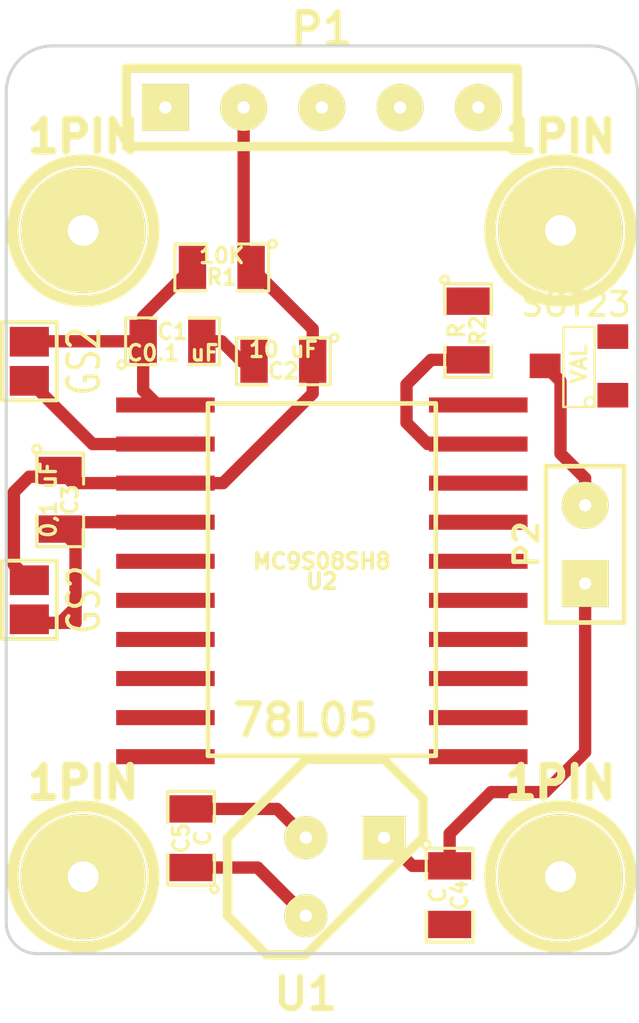
<source format=kicad_pcb>
(kicad_pcb (version 3) (host pcbnew "(2013-05-18 BZR 4017)-stable")

  (general
    (links 26)
    (no_connects 8)
    (area 230.769499 126.5964 251.931296 159.6736)
    (thickness 1.6)
    (drawings 8)
    (tracks 57)
    (zones 0)
    (modules 18)
    (nets 10)
  )

  (page A3)
  (layers
    (15 F.Cu signal)
    (0 B.Cu signal)
    (16 B.Adhes user)
    (17 F.Adhes user)
    (18 B.Paste user)
    (19 F.Paste user)
    (20 B.SilkS user)
    (21 F.SilkS user)
    (22 B.Mask user)
    (23 F.Mask user)
    (24 Dwgs.User user)
    (25 Cmts.User user)
    (26 Eco1.User user)
    (27 Eco2.User user)
    (28 Edge.Cuts user)
  )

  (setup
    (last_trace_width 0.4)
    (trace_clearance 0.254)
    (zone_clearance 0.508)
    (zone_45_only no)
    (trace_min 0.254)
    (segment_width 0.2)
    (edge_width 0.1)
    (via_size 0.889)
    (via_drill 0.635)
    (via_min_size 0.889)
    (via_min_drill 0.508)
    (uvia_size 0.508)
    (uvia_drill 0.127)
    (uvias_allowed no)
    (uvia_min_size 0.508)
    (uvia_min_drill 0.127)
    (pcb_text_width 0.3)
    (pcb_text_size 1.5 1.5)
    (mod_edge_width 0.15)
    (mod_text_size 1 1)
    (mod_text_width 0.15)
    (pad_size 1.524 1.524)
    (pad_drill 0.4)
    (pad_to_mask_clearance 0)
    (aux_axis_origin 0 0)
    (visible_elements 7FFFFFFF)
    (pcbplotparams
      (layerselection 3178497)
      (usegerberextensions true)
      (excludeedgelayer true)
      (linewidth 0.150000)
      (plotframeref false)
      (viasonmask false)
      (mode 1)
      (useauxorigin false)
      (hpglpennumber 1)
      (hpglpenspeed 20)
      (hpglpendiameter 15)
      (hpglpenoverlay 2)
      (psnegative false)
      (psa4output false)
      (plotreference true)
      (plotvalue true)
      (plotothertext true)
      (plotinvisibletext false)
      (padsonsilk false)
      (subtractmaskfromsilk false)
      (outputformat 1)
      (mirror false)
      (drillshape 1)
      (scaleselection 1)
      (outputdirectory ""))
  )

  (net 0 "")
  (net 1 +12V)
  (net 2 /BDM)
  (net 3 /OUT)
  (net 4 /RESET)
  (net 5 /VDD)
  (net 6 GND)
  (net 7 "Net-(P2-Pad2)")
  (net 8 "Net-(Q1-Pad1)")
  (net 9 "Net-(R2-Pad2)")

  (net_class Default "This is the default net class."
    (clearance 0.254)
    (trace_width 0.4)
    (via_dia 0.889)
    (via_drill 0.635)
    (uvia_dia 0.508)
    (uvia_drill 0.127)
    (add_net "")
    (add_net +12V)
    (add_net /BDM)
    (add_net /OUT)
    (add_net /RESET)
    (add_net /VDD)
    (add_net GND)
    (add_net "Net-(P2-Pad2)")
    (add_net "Net-(Q1-Pad1)")
    (add_net "Net-(R2-Pad2)")
  )

  (module TO92 (layer F.Cu) (tedit 53B29BE8) (tstamp 53AA0009)
    (at 242 155)
    (descr "Transistor TO92 brochage type BC237")
    (tags "TR TO92")
    (path /53A9D4FD)
    (fp_text reference U1 (at -1.27 3.81) (layer F.SilkS)
      (effects (font (size 1.016 1.016) (thickness 0.2032)))
    )
    (fp_text value 78L05 (at -1.27 -5.08) (layer F.SilkS)
      (effects (font (size 1.016 1.016) (thickness 0.2032)))
    )
    (fp_line (start -1.27 2.54) (end 2.54 -1.27) (layer F.SilkS) (width 0.3048))
    (fp_line (start 2.54 -1.27) (end 2.54 -2.54) (layer F.SilkS) (width 0.3048))
    (fp_line (start 2.54 -2.54) (end 1.27 -3.81) (layer F.SilkS) (width 0.3048))
    (fp_line (start 1.27 -3.81) (end -1.27 -3.81) (layer F.SilkS) (width 0.3048))
    (fp_line (start -1.27 -3.81) (end -3.81 -1.27) (layer F.SilkS) (width 0.3048))
    (fp_line (start -3.81 -1.27) (end -3.81 1.27) (layer F.SilkS) (width 0.3048))
    (fp_line (start -3.81 1.27) (end -2.54 2.54) (layer F.SilkS) (width 0.3048))
    (fp_line (start -2.54 2.54) (end -1.27 2.54) (layer F.SilkS) (width 0.3048))
    (pad 1 thru_hole rect (at 1.27 -1.27) (size 1.397 1.397) (drill 0.4)
      (layers *.Cu *.Mask F.SilkS)
      (net 1 +12V)
    )
    (pad 2 thru_hole circle (at -1.27 -1.27) (size 1.397 1.397) (drill 0.4)
      (layers *.Cu *.Mask F.SilkS)
      (net 6 GND)
    )
    (pad 3 thru_hole circle (at -1.27 1.27) (size 1.397 1.397) (drill 0.4)
      (layers *.Cu *.Mask F.SilkS)
      (net 5 /VDD)
    )
    (model discret/to98.wrl
      (at (xyz 0 0 0))
      (scale (xyz 1 1 1))
      (rotate (xyz 0 0 0))
    )
  )

  (module SOIC-20 (layer F.Cu) (tedit 533B44D6) (tstamp 53AA0026)
    (at 241.25 144.75)
    (path /53A9B7D5)
    (fp_text reference U2 (at 0 0.65) (layer F.SilkS)
      (effects (font (size 0.5 0.5) (thickness 0.125)))
    )
    (fp_text value MC9S08SH8 (at 0 0) (layer F.SilkS)
      (effects (font (size 0.5 0.5) (thickness 0.125)))
    )
    (fp_line (start 3.7 0) (end 3.7 -5.13) (layer F.SilkS) (width 0.15))
    (fp_line (start 3.7 -5.13) (end -3.7 -5.13) (layer F.SilkS) (width 0.15))
    (fp_line (start -3.7 -5.13) (end -3.7 6.32) (layer F.SilkS) (width 0.15))
    (fp_line (start -3.7 6.32) (end 3.7 6.32) (layer F.SilkS) (width 0.15))
    (fp_line (start 3.7 6.32) (end 3.7 0) (layer F.SilkS) (width 0.15))
    (pad 4 smd rect (at -5.08 -1.27) (size 3.2 0.49)
      (layers F.Cu F.Paste F.Mask)
      (net 6 GND)
    )
    (pad 3 smd rect (at -5.08 -2.54) (size 3.2 0.49)
      (layers F.Cu F.Paste F.Mask)
      (net 5 /VDD)
    )
    (pad 2 smd rect (at -5.08 -3.81) (size 3.2 0.49)
      (layers F.Cu F.Paste F.Mask)
      (net 2 /BDM)
    )
    (pad 1 smd rect (at -5.08 -5.08) (size 3.2 0.49)
      (layers F.Cu F.Paste F.Mask)
      (net 4 /RESET)
    )
    (pad 5 smd rect (at -5.08 0) (size 3.2 0.49)
      (layers F.Cu F.Paste F.Mask)
    )
    (pad 6 smd rect (at -5.08 1.27) (size 3.2 0.49)
      (layers F.Cu F.Paste F.Mask)
    )
    (pad 7 smd rect (at -5.08 2.54) (size 3.2 0.49)
      (layers F.Cu F.Paste F.Mask)
    )
    (pad 8 smd rect (at -5.08 3.81) (size 3.2 0.49)
      (layers F.Cu F.Paste F.Mask)
    )
    (pad 9 smd rect (at -5.08 5.08) (size 3.2 0.49)
      (layers F.Cu F.Paste F.Mask)
    )
    (pad 10 smd rect (at -5.08 6.35) (size 3.2 0.49)
      (layers F.Cu F.Paste F.Mask)
    )
    (pad 11 smd rect (at 5.08 6.35) (size 3.2 0.49)
      (layers F.Cu F.Paste F.Mask)
    )
    (pad 12 smd rect (at 5.08 5.08) (size 3.2 0.49)
      (layers F.Cu F.Paste F.Mask)
      (net 3 /OUT)
    )
    (pad 13 smd rect (at 5.08 3.81) (size 3.2 0.49)
      (layers F.Cu F.Paste F.Mask)
    )
    (pad 14 smd rect (at 5.08 2.54) (size 3.2 0.49)
      (layers F.Cu F.Paste F.Mask)
    )
    (pad 15 smd rect (at 5.08 1.27) (size 3.2 0.49)
      (layers F.Cu F.Paste F.Mask)
    )
    (pad 16 smd rect (at 5.08 0) (size 3.2 0.49)
      (layers F.Cu F.Paste F.Mask)
    )
    (pad 17 smd rect (at 5.08 -1.27) (size 3.2 0.49)
      (layers F.Cu F.Paste F.Mask)
    )
    (pad 18 smd rect (at 5.08 -2.54) (size 3.2 0.49)
      (layers F.Cu F.Paste F.Mask)
    )
    (pad 19 smd rect (at 5.08 -3.81) (size 3.2 0.49)
      (layers F.Cu F.Paste F.Mask)
      (net 9 "Net-(R2-Pad2)")
    )
    (pad 20 smd rect (at 5.08 -5.08) (size 3.2 0.49)
      (layers F.Cu F.Paste F.Mask)
    )
  )

  (module SM0805 (layer F.Cu) (tedit 5091495C) (tstamp 53AA0033)
    (at 236.4 137.6)
    (path /53A9B7CD)
    (attr smd)
    (fp_text reference C1 (at 0 -0.3175) (layer F.SilkS)
      (effects (font (size 0.50038 0.50038) (thickness 0.10922)))
    )
    (fp_text value "C0.1 uF" (at 0 0.381) (layer F.SilkS)
      (effects (font (size 0.50038 0.50038) (thickness 0.10922)))
    )
    (fp_circle (center -1.651 0.762) (end -1.651 0.635) (layer F.SilkS) (width 0.09906))
    (fp_line (start -0.508 0.762) (end -1.524 0.762) (layer F.SilkS) (width 0.09906))
    (fp_line (start -1.524 0.762) (end -1.524 -0.762) (layer F.SilkS) (width 0.09906))
    (fp_line (start -1.524 -0.762) (end -0.508 -0.762) (layer F.SilkS) (width 0.09906))
    (fp_line (start 0.508 -0.762) (end 1.524 -0.762) (layer F.SilkS) (width 0.09906))
    (fp_line (start 1.524 -0.762) (end 1.524 0.762) (layer F.SilkS) (width 0.09906))
    (fp_line (start 1.524 0.762) (end 0.508 0.762) (layer F.SilkS) (width 0.09906))
    (pad 1 smd rect (at -0.9525 0) (size 0.889 1.397)
      (layers F.Cu F.Paste F.Mask)
      (net 4 /RESET)
    )
    (pad 2 smd rect (at 0.9525 0) (size 0.889 1.397)
      (layers F.Cu F.Paste F.Mask)
      (net 6 GND)
    )
    (model smd/chip_cms.wrl
      (at (xyz 0 0 0))
      (scale (xyz 0.1 0.1 0.1))
      (rotate (xyz 0 0 0))
    )
  )

  (module SM0805 (layer F.Cu) (tedit 5091495C) (tstamp 53AA0040)
    (at 238 135.2 180)
    (path /53A9B7CE)
    (attr smd)
    (fp_text reference R1 (at 0 -0.3175 180) (layer F.SilkS)
      (effects (font (size 0.50038 0.50038) (thickness 0.10922)))
    )
    (fp_text value 10K (at 0 0.381 180) (layer F.SilkS)
      (effects (font (size 0.50038 0.50038) (thickness 0.10922)))
    )
    (fp_circle (center -1.651 0.762) (end -1.651 0.635) (layer F.SilkS) (width 0.09906))
    (fp_line (start -0.508 0.762) (end -1.524 0.762) (layer F.SilkS) (width 0.09906))
    (fp_line (start -1.524 0.762) (end -1.524 -0.762) (layer F.SilkS) (width 0.09906))
    (fp_line (start -1.524 -0.762) (end -0.508 -0.762) (layer F.SilkS) (width 0.09906))
    (fp_line (start 0.508 -0.762) (end 1.524 -0.762) (layer F.SilkS) (width 0.09906))
    (fp_line (start 1.524 -0.762) (end 1.524 0.762) (layer F.SilkS) (width 0.09906))
    (fp_line (start 1.524 0.762) (end 0.508 0.762) (layer F.SilkS) (width 0.09906))
    (pad 1 smd rect (at -0.9525 0 180) (size 0.889 1.397)
      (layers F.Cu F.Paste F.Mask)
      (net 5 /VDD)
    )
    (pad 2 smd rect (at 0.9525 0 180) (size 0.889 1.397)
      (layers F.Cu F.Paste F.Mask)
      (net 4 /RESET)
    )
    (model smd/chip_cms.wrl
      (at (xyz 0 0 0))
      (scale (xyz 0.1 0.1 0.1))
      (rotate (xyz 0 0 0))
    )
  )

  (module SM0805 (layer F.Cu) (tedit 5091495C) (tstamp 53AA004D)
    (at 240 138.25 180)
    (path /53A9B7D3)
    (attr smd)
    (fp_text reference C2 (at 0 -0.3175 180) (layer F.SilkS)
      (effects (font (size 0.50038 0.50038) (thickness 0.10922)))
    )
    (fp_text value "10 uF" (at 0 0.381 180) (layer F.SilkS)
      (effects (font (size 0.50038 0.50038) (thickness 0.10922)))
    )
    (fp_circle (center -1.651 0.762) (end -1.651 0.635) (layer F.SilkS) (width 0.09906))
    (fp_line (start -0.508 0.762) (end -1.524 0.762) (layer F.SilkS) (width 0.09906))
    (fp_line (start -1.524 0.762) (end -1.524 -0.762) (layer F.SilkS) (width 0.09906))
    (fp_line (start -1.524 -0.762) (end -0.508 -0.762) (layer F.SilkS) (width 0.09906))
    (fp_line (start 0.508 -0.762) (end 1.524 -0.762) (layer F.SilkS) (width 0.09906))
    (fp_line (start 1.524 -0.762) (end 1.524 0.762) (layer F.SilkS) (width 0.09906))
    (fp_line (start 1.524 0.762) (end 0.508 0.762) (layer F.SilkS) (width 0.09906))
    (pad 1 smd rect (at -0.9525 0 180) (size 0.889 1.397)
      (layers F.Cu F.Paste F.Mask)
      (net 5 /VDD)
    )
    (pad 2 smd rect (at 0.9525 0 180) (size 0.889 1.397)
      (layers F.Cu F.Paste F.Mask)
      (net 6 GND)
    )
    (model smd/chip_cms.wrl
      (at (xyz 0 0 0))
      (scale (xyz 0.1 0.1 0.1))
      (rotate (xyz 0 0 0))
    )
  )

  (module SM0805 (layer F.Cu) (tedit 5091495C) (tstamp 53AA005A)
    (at 232.75 142.75 270)
    (path /53A9B7D4)
    (attr smd)
    (fp_text reference C3 (at 0 -0.3175 270) (layer F.SilkS)
      (effects (font (size 0.50038 0.50038) (thickness 0.10922)))
    )
    (fp_text value "0,1 uF" (at 0 0.381 270) (layer F.SilkS)
      (effects (font (size 0.50038 0.50038) (thickness 0.10922)))
    )
    (fp_circle (center -1.651 0.762) (end -1.651 0.635) (layer F.SilkS) (width 0.09906))
    (fp_line (start -0.508 0.762) (end -1.524 0.762) (layer F.SilkS) (width 0.09906))
    (fp_line (start -1.524 0.762) (end -1.524 -0.762) (layer F.SilkS) (width 0.09906))
    (fp_line (start -1.524 -0.762) (end -0.508 -0.762) (layer F.SilkS) (width 0.09906))
    (fp_line (start 0.508 -0.762) (end 1.524 -0.762) (layer F.SilkS) (width 0.09906))
    (fp_line (start 1.524 -0.762) (end 1.524 0.762) (layer F.SilkS) (width 0.09906))
    (fp_line (start 1.524 0.762) (end 0.508 0.762) (layer F.SilkS) (width 0.09906))
    (pad 1 smd rect (at -0.9525 0 270) (size 0.889 1.397)
      (layers F.Cu F.Paste F.Mask)
      (net 5 /VDD)
    )
    (pad 2 smd rect (at 0.9525 0 270) (size 0.889 1.397)
      (layers F.Cu F.Paste F.Mask)
      (net 6 GND)
    )
    (model smd/chip_cms.wrl
      (at (xyz 0 0 0))
      (scale (xyz 0.1 0.1 0.1))
      (rotate (xyz 0 0 0))
    )
  )

  (module SM0805 (layer F.Cu) (tedit 5091495C) (tstamp 53AA0067)
    (at 246 137.25 270)
    (path /53A9C959)
    (attr smd)
    (fp_text reference R2 (at 0 -0.3175 270) (layer F.SilkS)
      (effects (font (size 0.50038 0.50038) (thickness 0.10922)))
    )
    (fp_text value R (at 0 0.381 270) (layer F.SilkS)
      (effects (font (size 0.50038 0.50038) (thickness 0.10922)))
    )
    (fp_circle (center -1.651 0.762) (end -1.651 0.635) (layer F.SilkS) (width 0.09906))
    (fp_line (start -0.508 0.762) (end -1.524 0.762) (layer F.SilkS) (width 0.09906))
    (fp_line (start -1.524 0.762) (end -1.524 -0.762) (layer F.SilkS) (width 0.09906))
    (fp_line (start -1.524 -0.762) (end -0.508 -0.762) (layer F.SilkS) (width 0.09906))
    (fp_line (start 0.508 -0.762) (end 1.524 -0.762) (layer F.SilkS) (width 0.09906))
    (fp_line (start 1.524 -0.762) (end 1.524 0.762) (layer F.SilkS) (width 0.09906))
    (fp_line (start 1.524 0.762) (end 0.508 0.762) (layer F.SilkS) (width 0.09906))
    (pad 1 smd rect (at -0.9525 0 270) (size 0.889 1.397)
      (layers F.Cu F.Paste F.Mask)
      (net 8 "Net-(Q1-Pad1)")
    )
    (pad 2 smd rect (at 0.9525 0 270) (size 0.889 1.397)
      (layers F.Cu F.Paste F.Mask)
      (net 9 "Net-(R2-Pad2)")
    )
    (model smd/chip_cms.wrl
      (at (xyz 0 0 0))
      (scale (xyz 0.1 0.1 0.1))
      (rotate (xyz 0 0 0))
    )
  )

  (module SM0805 (layer F.Cu) (tedit 5091495C) (tstamp 53AA0074)
    (at 245.4 155.6 270)
    (path /53A9D575)
    (attr smd)
    (fp_text reference C4 (at 0 -0.3175 270) (layer F.SilkS)
      (effects (font (size 0.50038 0.50038) (thickness 0.10922)))
    )
    (fp_text value C (at 0 0.381 270) (layer F.SilkS)
      (effects (font (size 0.50038 0.50038) (thickness 0.10922)))
    )
    (fp_circle (center -1.651 0.762) (end -1.651 0.635) (layer F.SilkS) (width 0.09906))
    (fp_line (start -0.508 0.762) (end -1.524 0.762) (layer F.SilkS) (width 0.09906))
    (fp_line (start -1.524 0.762) (end -1.524 -0.762) (layer F.SilkS) (width 0.09906))
    (fp_line (start -1.524 -0.762) (end -0.508 -0.762) (layer F.SilkS) (width 0.09906))
    (fp_line (start 0.508 -0.762) (end 1.524 -0.762) (layer F.SilkS) (width 0.09906))
    (fp_line (start 1.524 -0.762) (end 1.524 0.762) (layer F.SilkS) (width 0.09906))
    (fp_line (start 1.524 0.762) (end 0.508 0.762) (layer F.SilkS) (width 0.09906))
    (pad 1 smd rect (at -0.9525 0 270) (size 0.889 1.397)
      (layers F.Cu F.Paste F.Mask)
      (net 1 +12V)
    )
    (pad 2 smd rect (at 0.9525 0 270) (size 0.889 1.397)
      (layers F.Cu F.Paste F.Mask)
      (net 6 GND)
    )
    (model smd/chip_cms.wrl
      (at (xyz 0 0 0))
      (scale (xyz 0.1 0.1 0.1))
      (rotate (xyz 0 0 0))
    )
  )

  (module SM0805 (layer F.Cu) (tedit 5091495C) (tstamp 53AA0081)
    (at 237 153.75 90)
    (path /53A9D5DB)
    (attr smd)
    (fp_text reference C5 (at 0 -0.3175 90) (layer F.SilkS)
      (effects (font (size 0.50038 0.50038) (thickness 0.10922)))
    )
    (fp_text value C (at 0 0.381 90) (layer F.SilkS)
      (effects (font (size 0.50038 0.50038) (thickness 0.10922)))
    )
    (fp_circle (center -1.651 0.762) (end -1.651 0.635) (layer F.SilkS) (width 0.09906))
    (fp_line (start -0.508 0.762) (end -1.524 0.762) (layer F.SilkS) (width 0.09906))
    (fp_line (start -1.524 0.762) (end -1.524 -0.762) (layer F.SilkS) (width 0.09906))
    (fp_line (start -1.524 -0.762) (end -0.508 -0.762) (layer F.SilkS) (width 0.09906))
    (fp_line (start 0.508 -0.762) (end 1.524 -0.762) (layer F.SilkS) (width 0.09906))
    (fp_line (start 1.524 -0.762) (end 1.524 0.762) (layer F.SilkS) (width 0.09906))
    (fp_line (start 1.524 0.762) (end 0.508 0.762) (layer F.SilkS) (width 0.09906))
    (pad 1 smd rect (at -0.9525 0 90) (size 0.889 1.397)
      (layers F.Cu F.Paste F.Mask)
      (net 5 /VDD)
    )
    (pad 2 smd rect (at 0.9525 0 90) (size 0.889 1.397)
      (layers F.Cu F.Paste F.Mask)
      (net 6 GND)
    )
    (model smd/chip_cms.wrl
      (at (xyz 0 0 0))
      (scale (xyz 0.1 0.1 0.1))
      (rotate (xyz 0 0 0))
    )
  )

  (module PIN_ARRAY_5x1 (layer F.Cu) (tedit 53B292B2) (tstamp 53AA008E)
    (at 241.25 130)
    (descr "Double rangee de contacts 2 x 5 pins")
    (tags CONN)
    (path /53A9CD9A)
    (fp_text reference P1 (at 0 -2.54) (layer F.SilkS)
      (effects (font (size 1.016 1.016) (thickness 0.2032)))
    )
    (fp_text value CONN_5 (at 0 2.54) (layer F.SilkS) hide
      (effects (font (size 1.016 1.016) (thickness 0.2032)))
    )
    (fp_line (start -6.35 -1.27) (end -6.35 1.27) (layer F.SilkS) (width 0.3048))
    (fp_line (start 6.35 1.27) (end 6.35 -1.27) (layer F.SilkS) (width 0.3048))
    (fp_line (start -6.35 -1.27) (end 6.35 -1.27) (layer F.SilkS) (width 0.3048))
    (fp_line (start 6.35 1.27) (end -6.35 1.27) (layer F.SilkS) (width 0.3048))
    (pad 1 thru_hole rect (at -5.08 0) (size 1.524 1.524) (drill 0.4)
      (layers *.Cu *.Mask F.SilkS)
    )
    (pad 2 thru_hole circle (at -2.54 0) (size 1.524 1.524) (drill 0.4)
      (layers *.Cu *.Mask F.SilkS)
      (net 5 /VDD)
    )
    (pad 3 thru_hole circle (at 0 0) (size 1.524 1.524) (drill 0.4)
      (layers *.Cu *.Mask F.SilkS)
    )
    (pad 4 thru_hole circle (at 2.54 0) (size 1.524 1.524) (drill 0.4)
      (layers *.Cu *.Mask F.SilkS)
      (net 3 /OUT)
    )
    (pad 5 thru_hole circle (at 5.08 0) (size 1.524 1.524) (drill 0.4)
      (layers *.Cu *.Mask F.SilkS)
      (net 6 GND)
    )
    (model pin_array/pins_array_5x1.wrl
      (at (xyz 0 0 0))
      (scale (xyz 1 1 1))
      (rotate (xyz 0 0 0))
    )
  )

  (module PIN_ARRAY_2X1 (layer F.Cu) (tedit 53B29C00) (tstamp 53AA00A6)
    (at 249.8 144.2 90)
    (descr "Connecteurs 2 pins")
    (tags "CONN DEV")
    (path /53A9CB2D)
    (fp_text reference P2 (at 0 -1.905 90) (layer F.SilkS)
      (effects (font (size 0.762 0.762) (thickness 0.1524)))
    )
    (fp_text value CONN_2 (at 0 -1.905 90) (layer F.SilkS) hide
      (effects (font (size 0.762 0.762) (thickness 0.1524)))
    )
    (fp_line (start -2.54 1.27) (end -2.54 -1.27) (layer F.SilkS) (width 0.1524))
    (fp_line (start -2.54 -1.27) (end 2.54 -1.27) (layer F.SilkS) (width 0.1524))
    (fp_line (start 2.54 -1.27) (end 2.54 1.27) (layer F.SilkS) (width 0.1524))
    (fp_line (start 2.54 1.27) (end -2.54 1.27) (layer F.SilkS) (width 0.1524))
    (pad 1 thru_hole rect (at -1.27 0 90) (size 1.524 1.524) (drill 0.4)
      (layers *.Cu *.Mask F.SilkS)
      (net 1 +12V)
    )
    (pad 2 thru_hole circle (at 1.27 0 90) (size 1.524 1.524) (drill 0.4)
      (layers *.Cu *.Mask F.SilkS)
      (net 7 "Net-(P2-Pad2)")
    )
    (model pin_array/pins_array_2x1.wrl
      (at (xyz 0 0 0))
      (scale (xyz 1 1 1))
      (rotate (xyz 0 0 0))
    )
  )

  (module 1pin (layer F.Cu) (tedit 200000) (tstamp 53B2F699)
    (at 249 134)
    (descr "module 1 pin (ou trou mecanique de percage)")
    (tags DEV)
    (path 1pin)
    (fp_text reference 1PIN (at 0 -3.048) (layer F.SilkS)
      (effects (font (size 1.016 1.016) (thickness 0.254)))
    )
    (fp_text value P*** (at 0 2.794) (layer F.SilkS) hide
      (effects (font (size 1.016 1.016) (thickness 0.254)))
    )
    (fp_circle (center 0 0) (end 0 -2.286) (layer F.SilkS) (width 0.381))
    (pad 1 thru_hole circle (at 0 0) (size 4.064 4.064) (drill 1)
      (layers *.Cu *.Mask F.SilkS)
    )
  )

  (module 1pin (layer F.Cu) (tedit 53B292C7) (tstamp 53B2F6A4)
    (at 233.5 134)
    (descr "module 1 pin (ou trou mecanique de percage)")
    (tags DEV)
    (path 1pin)
    (fp_text reference 1PIN (at 0 -3.048) (layer F.SilkS)
      (effects (font (size 1.016 1.016) (thickness 0.254)))
    )
    (fp_text value P*** (at 0 2.794) (layer F.SilkS) hide
      (effects (font (size 1.016 1.016) (thickness 0.254)))
    )
    (fp_circle (center 0 0) (end 0 -2.286) (layer F.SilkS) (width 0.381))
    (pad 1 thru_hole circle (at 0 0) (size 4.064 4.064) (drill 1)
      (layers *.Cu *.Mask F.SilkS)
    )
  )

  (module 1pin (layer F.Cu) (tedit 200000) (tstamp 53B2F6AF)
    (at 233.5 155)
    (descr "module 1 pin (ou trou mecanique de percage)")
    (tags DEV)
    (path 1pin)
    (fp_text reference 1PIN (at 0 -3.048) (layer F.SilkS)
      (effects (font (size 1.016 1.016) (thickness 0.254)))
    )
    (fp_text value P*** (at 0 2.794) (layer F.SilkS) hide
      (effects (font (size 1.016 1.016) (thickness 0.254)))
    )
    (fp_circle (center 0 0) (end 0 -2.286) (layer F.SilkS) (width 0.381))
    (pad 1 thru_hole circle (at 0 0) (size 4.064 4.064) (drill 1)
      (layers *.Cu *.Mask F.SilkS)
    )
  )

  (module 1pin (layer F.Cu) (tedit 200000) (tstamp 53B2F6BA)
    (at 249 155)
    (descr "module 1 pin (ou trou mecanique de percage)")
    (tags DEV)
    (path 1pin)
    (fp_text reference 1PIN (at 0 -3.048) (layer F.SilkS)
      (effects (font (size 1.016 1.016) (thickness 0.254)))
    )
    (fp_text value P*** (at 0 2.794) (layer F.SilkS) hide
      (effects (font (size 1.016 1.016) (thickness 0.254)))
    )
    (fp_circle (center 0 0) (end 0 -2.286) (layer F.SilkS) (width 0.381))
    (pad 1 thru_hole circle (at 0 0) (size 4.064 4.064) (drill 1)
      (layers *.Cu *.Mask F.SilkS)
    )
  )

  (module GS2 (layer F.Cu) (tedit 53B295C9) (tstamp 53B4AEF0)
    (at 231.75 138.25)
    (descr "Pontet Goute de soudure")
    (attr virtual)
    (fp_text reference GS2 (at 1.778 0 90) (layer F.SilkS)
      (effects (font (size 1.016 0.762) (thickness 0.127)))
    )
    (fp_text value VAL* (at 1.524 0 90) (layer F.SilkS) hide
      (effects (font (size 0.762 0.762) (thickness 0.127)))
    )
    (fp_line (start -0.889 -1.27) (end -0.889 1.27) (layer F.SilkS) (width 0.127))
    (fp_line (start 0.889 1.27) (end 0.889 -1.27) (layer F.SilkS) (width 0.127))
    (fp_line (start 0.889 1.27) (end -0.889 1.27) (layer F.SilkS) (width 0.127))
    (fp_line (start -0.889 -1.27) (end 0.889 -1.27) (layer F.SilkS) (width 0.127))
    (pad 1 smd rect (at 0 -0.635) (size 1.27 0.9652)
      (layers F.Cu F.Paste F.Mask)
      (net 4 /RESET)
    )
    (pad 2 smd rect (at 0 0.635) (size 1.27 0.9652)
      (layers F.Cu F.Paste F.Mask)
      (net 2 /BDM)
    )
  )

  (module GS2 (layer F.Cu) (tedit 53B295CF) (tstamp 53B4AF03)
    (at 231.75 146)
    (descr "Pontet Goute de soudure")
    (attr virtual)
    (fp_text reference GS2 (at 1.778 0 90) (layer F.SilkS)
      (effects (font (size 1.016 0.762) (thickness 0.127)))
    )
    (fp_text value VAL* (at 1.524 0 90) (layer F.SilkS) hide
      (effects (font (size 0.762 0.762) (thickness 0.127)))
    )
    (fp_line (start -0.889 -1.27) (end -0.889 1.27) (layer F.SilkS) (width 0.127))
    (fp_line (start 0.889 1.27) (end 0.889 -1.27) (layer F.SilkS) (width 0.127))
    (fp_line (start 0.889 1.27) (end -0.889 1.27) (layer F.SilkS) (width 0.127))
    (fp_line (start -0.889 -1.27) (end 0.889 -1.27) (layer F.SilkS) (width 0.127))
    (pad 1 smd rect (at 0 -0.635) (size 1.27 0.9652)
      (layers F.Cu F.Paste F.Mask)
      (net 5 /VDD)
    )
    (pad 2 smd rect (at 0 0.635) (size 1.27 0.9652)
      (layers F.Cu F.Paste F.Mask)
      (net 6 GND)
    )
  )

  (module SOT23 (layer F.Cu) (tedit 53B299C0) (tstamp 53B2FC31)
    (at 249.6 138.4 90)
    (tags SOT23)
    (fp_text reference SOT23 (at 1.99898 -0.09906 180) (layer F.SilkS)
      (effects (font (size 0.762 0.762) (thickness 0.11938)))
    )
    (fp_text value VAL (at 0.0635 0 90) (layer F.SilkS)
      (effects (font (size 0.50038 0.50038) (thickness 0.09906)))
    )
    (fp_circle (center -1.17602 0.35052) (end -1.30048 0.44958) (layer F.SilkS) (width 0.07874))
    (fp_line (start 1.27 -0.508) (end 1.27 0.508) (layer F.SilkS) (width 0.07874))
    (fp_line (start -1.3335 -0.508) (end -1.3335 0.508) (layer F.SilkS) (width 0.07874))
    (fp_line (start 1.27 0.508) (end -1.3335 0.508) (layer F.SilkS) (width 0.07874))
    (fp_line (start -1.3335 -0.508) (end 1.27 -0.508) (layer F.SilkS) (width 0.07874))
    (pad 3 smd rect (at 0 -1.09982 90) (size 0.8001 1.00076)
      (layers F.Cu F.Paste F.Mask)
      (net 7 "Net-(P2-Pad2)")
    )
    (pad 2 smd rect (at 0.9525 1.09982 90) (size 0.8001 1.00076)
      (layers F.Cu F.Paste F.Mask)
      (net 6 GND)
    )
    (pad 1 smd rect (at -0.9525 1.09982 90) (size 0.8001 1.00076)
      (layers F.Cu F.Paste F.Mask)
      (net 8 "Net-(Q1-Pad1)")
    )
    (model smd\SOT23_3.wrl
      (at (xyz 0 0 0))
      (scale (xyz 0.4 0.4 0.4))
      (rotate (xyz 0 0 180))
    )
  )

  (gr_line (start 251.5 156.5) (end 251.5 129.5) (angle 90) (layer Edge.Cuts) (width 0.1))
  (gr_line (start 232 157.5) (end 250.5 157.5) (angle 90) (layer Edge.Cuts) (width 0.1))
  (gr_line (start 231 129.5) (end 231 156.5) (angle 90) (layer Edge.Cuts) (width 0.1))
  (gr_line (start 232.5 128) (end 250 128) (angle 90) (layer Edge.Cuts) (width 0.1))
  (gr_arc (start 250.5 156.5) (end 251.5 156.5) (angle 90) (layer Edge.Cuts) (width 0.1))
  (gr_arc (start 232 156.5) (end 232 157.5) (angle 90) (layer Edge.Cuts) (width 0.1))
  (gr_arc (start 250 129.5) (end 250 128) (angle 90) (layer Edge.Cuts) (width 0.1))
  (gr_arc (start 232.5 129.5) (end 231 129.5) (angle 90) (layer Edge.Cuts) (width 0.1))

  (segment (start 249.8 145.47) (end 249.8 150.95) (width 0.4) (layer F.Cu) (net 1))
  (segment (start 245.4 153.6) (end 245.4 154.6475) (width 0.4) (layer F.Cu) (net 1) (tstamp 53B45774))
  (segment (start 246.75 152.25) (end 245.4 153.6) (width 0.4) (layer F.Cu) (net 1) (tstamp 53B45757))
  (segment (start 248.5 152.25) (end 246.75 152.25) (width 0.4) (layer F.Cu) (net 1) (tstamp 53B45755))
  (segment (start 249.8 150.95) (end 248.5 152.25) (width 0.4) (layer F.Cu) (net 1) (tstamp 53B45751))
  (segment (start 245.4 154.6475) (end 244.1875 154.6475) (width 0.4) (layer F.Cu) (net 1))
  (segment (start 244.1875 154.6475) (end 243.27 153.73) (width 0.4) (layer F.Cu) (net 1) (tstamp 53B45747))
  (segment (start 231.75 138.885) (end 233.805 140.94) (width 0.4) (layer F.Cu) (net 2))
  (segment (start 233.805 140.94) (end 236.17 140.94) (width 0.4) (layer F.Cu) (net 2) (tstamp 53B456C9))
  (segment (start 235.4475 137.6) (end 235.4475 136.8) (width 0.4) (layer F.Cu) (net 4) (status 400000))
  (segment (start 235.4475 136.8) (end 237.0475 135.2) (width 0.4) (layer F.Cu) (net 4) (tstamp 53B45B80) (status 800000))
  (segment (start 231.75 137.615) (end 231.765 137.6) (width 0.4) (layer F.Cu) (net 4))
  (segment (start 231.765 137.6) (end 235.4475 137.6) (width 0.4) (layer F.Cu) (net 4) (tstamp 53B456CE))
  (segment (start 236.17 139.67) (end 235.92 139.67) (width 0.4) (layer F.Cu) (net 4))
  (segment (start 235.4475 139.1975) (end 235.4475 137.6) (width 0.4) (layer F.Cu) (net 4) (tstamp 53B4562D))
  (segment (start 235.92 139.67) (end 235.4475 139.1975) (width 0.4) (layer F.Cu) (net 4) (tstamp 53B4562C))
  (segment (start 238.9525 135.2) (end 240.9525 137.2) (width 0.4) (layer F.Cu) (net 5) (status 400000))
  (segment (start 240.9525 137.2) (end 240.9525 138.25) (width 0.4) (layer F.Cu) (net 5) (tstamp 53B45B8C) (status 800000))
  (segment (start 236.17 142.21) (end 238.04 142.21) (width 0.4) (layer F.Cu) (net 5) (status 400000))
  (segment (start 238.04 142.21) (end 240.9525 139.2975) (width 0.4) (layer F.Cu) (net 5) (tstamp 53B45B87))
  (segment (start 240.9525 139.2975) (end 240.9525 138.25) (width 0.4) (layer F.Cu) (net 5) (tstamp 53B45B89) (status 800000))
  (segment (start 237 154.7025) (end 239.1625 154.7025) (width 0.4) (layer F.Cu) (net 5))
  (segment (start 239.1625 154.7025) (end 240.73 156.27) (width 0.4) (layer F.Cu) (net 5) (tstamp 53B45A95))
  (segment (start 231.75 145.365) (end 231.25 144.865) (width 0.4) (layer F.Cu) (net 5))
  (segment (start 232.5475 142) (end 232.75 141.7975) (width 0.4) (layer F.Cu) (net 5) (tstamp 53B45727))
  (segment (start 231.75 142) (end 232.5475 142) (width 0.4) (layer F.Cu) (net 5) (tstamp 53B45725))
  (segment (start 231.25 142.5) (end 231.75 142) (width 0.4) (layer F.Cu) (net 5) (tstamp 53B45723))
  (segment (start 231.25 144.865) (end 231.25 142.5) (width 0.4) (layer F.Cu) (net 5) (tstamp 53B45722))
  (segment (start 232.75 141.7975) (end 233.1625 142.21) (width 0.4) (layer F.Cu) (net 5))
  (segment (start 233.1625 142.21) (end 236.17 142.21) (width 0.4) (layer F.Cu) (net 5) (tstamp 53B4571C))
  (segment (start 238.71 130) (end 238.71 134.9575) (width 0.4) (layer F.Cu) (net 5))
  (segment (start 238.71 134.9575) (end 238.9525 135.2) (width 0.4) (layer F.Cu) (net 5) (tstamp 53B45612))
  (segment (start 237.3525 137.6) (end 237.993498 137.6) (width 0.4) (layer F.Cu) (net 6) (status 400000))
  (segment (start 238.643498 138.25) (end 239.0475 138.25) (width 0.4) (layer F.Cu) (net 6) (tstamp 53B45B85) (status C00000))
  (segment (start 237.993498 137.6) (end 238.643498 138.25) (width 0.4) (layer F.Cu) (net 6) (tstamp 53B45B83) (status 800000))
  (segment (start 237 152.7975) (end 239.7975 152.7975) (width 0.4) (layer F.Cu) (net 6))
  (segment (start 239.7975 152.7975) (end 240.73 153.73) (width 0.4) (layer F.Cu) (net 6) (tstamp 53B45A9F))
  (segment (start 233 146.5) (end 233.25 146.25) (width 0.4) (layer F.Cu) (net 6))
  (segment (start 233.25 146.25) (end 233.25 144.2025) (width 0.4) (layer F.Cu) (net 6) (tstamp 53B457A3))
  (segment (start 233.25 144.2025) (end 232.75 143.7025) (width 0.4) (layer F.Cu) (net 6) (tstamp 53B457A4))
  (segment (start 232.75 143.7025) (end 232.9725 143.48) (width 0.4) (layer F.Cu) (net 6))
  (segment (start 232.9725 143.48) (end 236.17 143.48) (width 0.4) (layer F.Cu) (net 6) (tstamp 53B4571F))
  (segment (start 231.75 146.635) (end 231.865 146.75) (width 0.4) (layer F.Cu) (net 6))
  (segment (start 231.865 146.75) (end 232.75 146.75) (width 0.4) (layer F.Cu) (net 6) (tstamp 53B45703))
  (segment (start 232.75 146.75) (end 233 146.5) (width 0.4) (layer F.Cu) (net 6) (tstamp 53B45705))
  (segment (start 233.25 146.75) (end 233.25 146.25) (width 0.4) (layer F.Cu) (net 6) (tstamp 53B456FB))
  (segment (start 232.5 146.75) (end 233.25 146.75) (width 0.4) (layer F.Cu) (net 6) (tstamp 53B456EF))
  (segment (start 231.865 146.75) (end 232.5 146.75) (width 0.4) (layer F.Cu) (net 6) (tstamp 53B456EC))
  (segment (start 249.8 142.93) (end 249.8 142.05) (width 0.4) (layer F.Cu) (net 7))
  (segment (start 249 138.89982) (end 248.50018 138.4) (width 0.4) (layer F.Cu) (net 7) (tstamp 53B45780))
  (segment (start 249 141.25) (end 249 138.89982) (width 0.4) (layer F.Cu) (net 7) (tstamp 53B4577E))
  (segment (start 249.8 142.05) (end 249 141.25) (width 0.4) (layer F.Cu) (net 7) (tstamp 53B4577C))
  (segment (start 246.33 140.94) (end 244.69 140.94) (width 0.4) (layer F.Cu) (net 9))
  (segment (start 244.7975 138.2025) (end 246 138.2025) (width 0.4) (layer F.Cu) (net 9) (tstamp 53B45B29))
  (segment (start 244 139) (end 244.7975 138.2025) (width 0.4) (layer F.Cu) (net 9) (tstamp 53B45B28))
  (segment (start 244 140.25) (end 244 139) (width 0.4) (layer F.Cu) (net 9) (tstamp 53B45B27))
  (segment (start 244.69 140.94) (end 244 140.25) (width 0.4) (layer F.Cu) (net 9) (tstamp 53B45B26))

)

</source>
